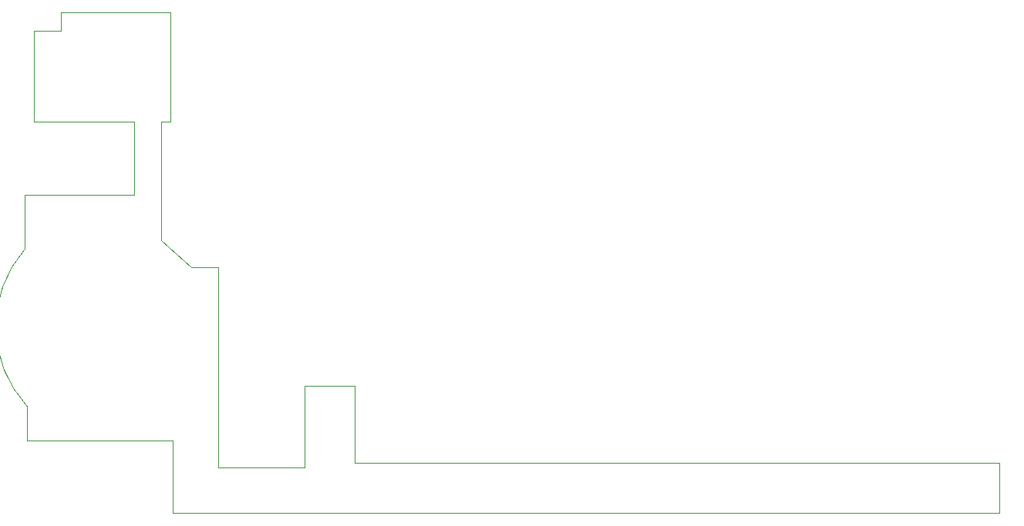
<source format=gbr>
%TF.GenerationSoftware,KiCad,Pcbnew,7.0.5*%
%TF.CreationDate,2023-06-27T09:31:13+01:00*%
%TF.ProjectId,lbuttons,6c627574-746f-46e7-932e-6b696361645f,rev?*%
%TF.SameCoordinates,Original*%
%TF.FileFunction,Profile,NP*%
%FSLAX46Y46*%
G04 Gerber Fmt 4.6, Leading zero omitted, Abs format (unit mm)*
G04 Created by KiCad (PCBNEW 7.0.5) date 2023-06-27 09:31:13*
%MOMM*%
%LPD*%
G01*
G04 APERTURE LIST*
%TA.AperFunction,Profile*%
%ADD10C,0.100000*%
%TD*%
%TA.AperFunction,Profile*%
%ADD11C,0.120000*%
%TD*%
G04 APERTURE END LIST*
D10*
X114750000Y-101000000D02*
X126750000Y-101000000D01*
X118750000Y-81000000D02*
X118750000Y-83000000D01*
X136000000Y-109000000D02*
X133000000Y-109000000D01*
X129750000Y-93000000D02*
X129750000Y-101000000D01*
X114985773Y-124263103D02*
X115000000Y-128000000D01*
X151000000Y-130500000D02*
X151000000Y-124500000D01*
X115750000Y-93000000D02*
X126750000Y-93000000D01*
X151000000Y-136000000D02*
X219250000Y-136000000D01*
X129750000Y-106000000D02*
X129750000Y-101000000D01*
X219250000Y-130500000D02*
X151000000Y-130500000D01*
X133000000Y-109000000D02*
X129750000Y-106000000D01*
X126750000Y-93000000D02*
X126750000Y-94000000D01*
X130750000Y-93000000D02*
X130750000Y-81000000D01*
X145500000Y-131000000D02*
X136000000Y-131000000D01*
X129750000Y-93000000D02*
X130750000Y-93000000D01*
X115750000Y-83000000D02*
X115750000Y-93000000D01*
X131000000Y-136000000D02*
X131000000Y-128000000D01*
X118750000Y-83000000D02*
X115750000Y-83000000D01*
X131000000Y-136000000D02*
X151000000Y-136000000D01*
X145500000Y-124500000D02*
X145500000Y-131000000D01*
X130750000Y-81000000D02*
X118750000Y-81000000D01*
X126750000Y-94000000D02*
X126750000Y-101000000D01*
X115000000Y-128000000D02*
X131000000Y-128000000D01*
X114750000Y-107000000D02*
X114750000Y-101000000D01*
X136000000Y-131000000D02*
X136000000Y-109000000D01*
X114750001Y-107000001D02*
G75*
G03*
X114985774Y-124263102I9749999J-8499999D01*
G01*
D11*
%TO.C,C2*%
X221750000Y-130500000D02*
X219250000Y-130500000D01*
X221750000Y-130750000D02*
X221750000Y-130500000D01*
X221750000Y-130750000D02*
X221750000Y-135750000D01*
X221750000Y-135750000D02*
X221750000Y-136000000D01*
X221750000Y-136000000D02*
X219250000Y-136000000D01*
%TO.C,C1*%
X145500000Y-122000000D02*
X145500000Y-124500000D01*
X145750000Y-122000000D02*
X145500000Y-122000000D01*
X145750000Y-122000000D02*
X150750000Y-122000000D01*
X150750000Y-122000000D02*
X151000000Y-122000000D01*
X151000000Y-122000000D02*
X151000000Y-124500000D01*
%TD*%
M02*

</source>
